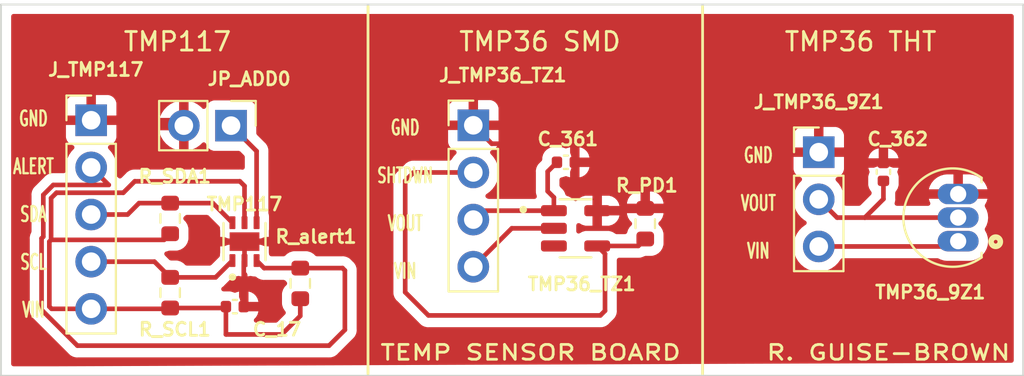
<source format=kicad_pcb>
(kicad_pcb (version 20211014) (generator pcbnew)
  (layers (0 "F.Cu" signal) (31 "B.Cu" signal) (34 "B.Paste" user) (35 "F.Paste" user) (36 "B.SilkS" user "B.Silkscreen") (37 "F.SilkS" user "F.Silkscreen") (38 "B.Mask" user) (39 "F.Mask" user) (44 "Edge.Cuts" user))
  (net 0 "")
  (net 1 "Net-(J_TMP36_TZ1-Pad4)")
  (net 2 "Net-(J_TMP36_TZ1-Pad2)")
  (net 3 "Net-(J_TMP36_9Z1-Pad3)")
  (net 4 "Net-(J_TMP117-Pad4)")
  (net 5 "Net-(J_TMP117-Pad3)")
  (net 6 "Net-(J_TMP117-Pad2)")
  (net 7 "Net-(JP_ADD0-Pad1)")
  (net 8 "Net-(C_362-Pad1)")
  (net 9 "Net-(C_361-Pad1)")
  (net 10 "GND")
  (net 11 "/VIN_117")
  (footprint "Connector_PinHeader_2.54mm:PinHeader_1x04_P2.54mm_Vertical" (layer "F.Cu") (at 47.665 28.0075)
    (fp_text reference "J_TMP36_TZ1" (at 1.585 -2.7) (layer "F.SilkS") (effects (font (size 0.7 0.7))))
    (fp_text value "Conn_01x04_Male")
    (fp_line (start -1.33 8.95) (end 1.33 8.95) (layer "F.SilkS") (width 0.12))
    (fp_line (start -1.33 0) (end -1.33 -1.33) (layer "F.SilkS") (width 0.12))
    (fp_line (start -1.33 1.27) (end 1.33 1.27) (layer "F.SilkS") (width 0.12))
    (fp_line (start -1.33 -1.33) (end 0 -1.33) (layer "F.SilkS") (width 0.12))
    (fp_line (start -1.33 1.27) (end -1.33 8.95) (layer "F.SilkS") (width 0.12))
    (fp_line (start 1.33 1.27) (end 1.33 8.95) (layer "F.SilkS") (width 0.12))
    (pad "1" thru_hole rect (at 0 0) (size 1.7 1.7) (drill 1) (layers *.Cu *.Mask) (net 10 "GND"))
    (pad "2" thru_hole oval (at 0 2.54) (size 1.7 1.7) (drill 1) (layers *.Cu *.Mask) (net 2 "Net-(J_TMP36_TZ1-Pad2)"))
    (pad "3" thru_hole oval (at 0 5.08) (size 1.7 1.7) (drill 1) (layers *.Cu *.Mask) (net 9 "Net-(C_361-Pad1)"))
    (pad "4" thru_hole oval (at 0 7.62) (size 1.7 1.7) (drill 1) (layers *.Cu *.Mask) (net 1 "Net-(J_TMP36_TZ1-Pad4)"))
  )
  (footprint "Capacitor_SMD:C_0402_1005Metric" (layer "F.Cu") (at 69.73 30.52 90)
    (fp_text reference "C_362" (at 1.77 0.77 180) (layer "F.SilkS") (effects (font (size 0.7 0.7))))
    (fp_text value "0.1u")
    (fp_line (start -0.107836 -0.36) (end 0.107836 -0.36) (layer "F.SilkS") (width 0.12))
    (fp_line (start -0.107836 0.36) (end 0.107836 0.36) (layer "F.SilkS") (width 0.12))
    (pad "1" smd roundrect (at -0.48 0 90) (size 0.56 0.62) (layers "F.Cu" "F.Paste" "F.Mask") (net 8 "Net-(C_362-Pad1)"))
    (pad "2" smd roundrect (at 0.48 0 90) (size 0.56 0.62) (layers "F.Cu" "F.Paste" "F.Mask") (net 10 "GND"))
  )
  (footprint "Resistor_SMD:R_0603_1608Metric" (layer "F.Cu") (at 38.355 36.525 90)
    (fp_text reference "R_alert1" (at 2.52 0.845 180) (layer "F.SilkS") (effects (font (size 0.7 0.7))))
    (fp_text value "4.7k")
    (fp_line (start -0.237258 0.5225) (end 0.237258 0.5225) (layer "F.SilkS") (width 0.12))
    (fp_line (start -0.237258 -0.5225) (end 0.237258 -0.5225) (layer "F.SilkS") (width 0.12))
    (pad "1" smd roundrect (at -0.825 0 90) (size 0.8 0.95) (layers "F.Cu" "F.Paste" "F.Mask") (net 11 "/VIN_117"))
    (pad "2" smd roundrect (at 0.825 0 90) (size 0.8 0.95) (layers "F.Cu" "F.Paste" "F.Mask") (net 6 "Net-(J_TMP117-Pad2)"))
  )
  (footprint "Capacitor_SMD:C_0402_1005Metric" (layer "F.Cu") (at 34.835 37.775)
    (fp_text reference "C_17" (at 2.27 1.23 180) (layer "F.SilkS") (effects (font (size 0.7 0.7))))
    (fp_text value "0.1u")
    (fp_line (start -0.107836 -0.36) (end 0.107836 -0.36) (layer "F.SilkS") (width 0.12))
    (fp_line (start -0.107836 0.36) (end 0.107836 0.36) (layer "F.SilkS") (width 0.12))
    (pad "1" smd roundrect (at -0.48 0) (size 0.56 0.62) (layers "F.Cu" "F.Paste" "F.Mask") (net 11 "/VIN_117"))
    (pad "2" smd roundrect (at 0.48 0) (size 0.56 0.62) (layers "F.Cu" "F.Paste" "F.Mask") (net 10 "GND"))
  )
  (footprint "TMP117AIDRVR_footprint:SON65P200X200X80-7N" (layer "F.Cu") (at 35.355 34.275 90)
    (fp_text reference "TMP117" (at 2.02 0 180) (layer "F.SilkS") (effects (font (size 0.7 0.7))))
    (fp_text value "TMP117AIDRVR")
    (fp_line (start -1 -1.13) (end 1 -1.13) (layer "F.SilkS") (width 0.127))
    (fp_line (start -1 1.13) (end 1 1.13) (layer "F.SilkS") (width 0.127))
    (fp_circle (center -1.91 -0.65) (end -1.81 -0.65) (layer "F.SilkS") (width 0.2) (fill none))
    (pad "1" smd roundrect locked (at -1.02 -0.65 90) (size 0.69 0.32) (layers "F.Cu" "F.Paste" "F.Mask") (roundrect_rratio 0.125) (net 4 "Net-(J_TMP117-Pad4)"))
    (pad "2" smd roundrect locked (at -1.02 0 90) (size 0.69 0.32) (layers "F.Cu" "F.Paste" "F.Mask") (roundrect_rratio 0.125) (net 10 "GND"))
    (pad "3" smd roundrect locked (at -1.02 0.65 90) (size 0.69 0.32) (layers "F.Cu" "F.Paste" "F.Mask") (roundrect_rratio 0.125) (net 6 "Net-(J_TMP117-Pad2)"))
    (pad "4" smd roundrect locked (at 1.02 0.65 90) (size 0.69 0.32) (layers "F.Cu" "F.Paste" "F.Mask") (roundrect_rratio 0.125) (net 7 "Net-(JP_ADD0-Pad1)"))
    (pad "5" smd roundrect locked (at 1.02 0 90) (size 0.69 0.32) (layers "F.Cu" "F.Paste" "F.Mask") (roundrect_rratio 0.125) (net 11 "/VIN_117"))
    (pad "6" smd roundrect locked (at 1.02 -0.65 90) (size 0.69 0.32) (layers "F.Cu" "F.Paste" "F.Mask") (roundrect_rratio 0.125) (net 5 "Net-(J_TMP117-Pad3)"))
    (pad "7" smd rect locked (at 0 0 90) (size 1 1.6) (layers "F.Cu" "F.Mask") (net 10 "GND"))
  )
  (footprint "Resistor_SMD:R_0603_1608Metric" (layer "F.Cu") (at 56.915 33.3075 90)
    (fp_text reference "R_PD1" (at 2.0575 0.085) (layer "F.SilkS") (effects (font (size 0.7 0.7))))
    (fp_text value "4.7k")
    (fp_line (start -0.237258 -0.5225) (end 0.237258 -0.5225) (layer "F.SilkS") (width 0.12))
    (fp_line (start -0.237258 0.5225) (end 0.237258 0.5225) (layer "F.SilkS") (width 0.12))
    (pad "1" smd roundrect (at -0.825 0 90) (size 0.8 0.95) (layers "F.Cu" "F.Paste" "F.Mask") (net 2 "Net-(J_TMP36_TZ1-Pad2)"))
    (pad "2" smd roundrect (at 0.825 0 90) (size 0.8 0.95) (layers "F.Cu" "F.Paste" "F.Mask") (net 10 "GND"))
  )
  (footprint "TMP36GT9Z_footprint:TO92127P521H733-3" (layer "F.Cu") (at 72.97 32.98 90)
    (fp_text reference "TMP36_9Z1" (at -4.02 -0.72 180) (layer "F.SilkS") (effects (font (size 0.7 0.7))))
    (fp_text value "TMP36GT9Z")
    (fp_line (start 1.906 2.043) (end 2.144 2.043) (layer "F.SilkS") (width 0.127))
    (fp_line (start -2.144 2.043) (end -1.9 2.043) (layer "F.SilkS") (width 0.127))
    (fp_arc (start -2.144 2.043) (mid 0 -2.164837) (end 2.144 2.043) (layer "F.SilkS") (width 0.127))
    (fp_circle (center -1.3 2.8) (end -1.2 2.8) (layer "F.SilkS") (width 0.3) (fill none))
    (pad "1" thru_hole oval locked (at -1.27 0.78 90) (size 1.1 2.2) (drill 0.87) (layers *.Cu *.Mask) (net 3 "Net-(J_TMP36_9Z1-Pad3)"))
    (pad "2" thru_hole oval locked (at 0 0.78 90) (size 1.1 2.2) (drill 0.87) (layers *.Cu *.Mask) (net 8 "Net-(C_362-Pad1)"))
    (pad "3" thru_hole oval locked (at 1.27 0.78 90) (size 1.1 2.2) (drill 0.87) (layers *.Cu *.Mask) (net 10 "GND"))
  )
  (footprint "Connector_PinHeader_2.54mm:PinHeader_1x02_P2.54mm_Vertical" (layer "F.Cu") (at 34.63 28.025 -90)
    (fp_text reference "JP_ADD0" (at -2.52 -0.975 180) (layer "F.SilkS") (effects (font (size 0.7 0.7))))
    (fp_text value "Conn_01x02_Male")
    (fp_line (start -1.33 1.27) (end 1.33 1.27) (layer "F.SilkS") (width 0.12))
    (fp_line (start -1.33 0) (end -1.33 -1.33) (layer "F.SilkS") (width 0.12))
    (fp_line (start -1.33 3.87) (end 1.33 3.87) (layer "F.SilkS") (width 0.12))
    (fp_line (start -1.33 1.27) (end -1.33 3.87) (layer "F.SilkS") (width 0.12))
    (fp_line (start 1.33 1.27) (end 1.33 3.87) (layer "F.SilkS") (width 0.12))
    (fp_line (start -1.33 -1.33) (end 0 -1.33) (layer "F.SilkS") (width 0.12))
    (pad "1" thru_hole rect (at 0 0 270) (size 1.7 1.7) (drill 1) (layers *.Cu *.Mask) (net 7 "Net-(JP_ADD0-Pad1)"))
    (pad "2" thru_hole oval (at 0 2.54 270) (size 1.7 1.7) (drill 1) (layers *.Cu *.Mask) (net 10 "GND"))
  )
  (footprint "TMP36GRTZ_footprint:SOT95P280X145-5N" (layer "F.Cu") (at 53.165 33.5575)
    (fp_text reference "TMP36_TZ1" (at 0.335 3) (layer "F.SilkS") (effects (font (size 0.7 0.7))))
    (fp_text value "TMP36GRTZ-REEL7")
    (fp_line (start -0.85 -1.564) (end 0.85 -1.564) (layer "F.SilkS") (width 0.127))
    (fp_line (start 0.85 1.564) (end -0.85 1.564) (layer "F.SilkS") (width 0.127))
    (fp_circle (center -2.8134 -1.0094) (end -2.7134 -1.0094) (layer "F.SilkS") (width 0.2) (fill none))
    (pad "1" smd roundrect locked (at -1.165 -0.95) (size 1.39 0.6) (layers "F.Cu" "F.Paste" "F.Mask") (net 9 "Net-(C_361-Pad1)"))
    (pad "2" smd roundrect locked (at -1.165 0) (size 1.39 0.6) (layers "F.Cu" "F.Paste" "F.Mask") (net 1 "Net-(J_TMP36_TZ1-Pad4)"))
    (pad "3" smd roundrect locked (at -1.165 0.95) (size 1.39 0.6) (layers "F.Cu" "F.Paste" "F.Mask"))
    (pad "4" smd roundrect locked (at 1.165 0.95) (size 1.39 0.6) (layers "F.Cu" "F.Paste" "F.Mask") (net 2 "Net-(J_TMP36_TZ1-Pad2)"))
    (pad "5" smd roundrect locked (at 1.165 -0.95) (size 1.39 0.6) (layers "F.Cu" "F.Paste" "F.Mask") (net 10 "GND"))
  )
  (footprint "Resistor_SMD:R_0603_1608Metric" (layer "F.Cu") (at 31.355 37.025 90)
    (fp_text reference "R_SCL1" (at -1.98 0.25 180) (layer "F.SilkS") (effects (font (size 0.7 0.7))))
    (fp_text value "4.7k")
    (fp_line (start -0.237258 -0.5225) (end 0.237258 -0.5225) (layer "F.SilkS") (width 0.12))
    (fp_line (start -0.237258 0.5225) (end 0.237258 0.5225) (layer "F.SilkS") (width 0.12))
    (pad "1" smd roundrect (at -0.825 0 90) (size 0.8 0.95) (layers "F.Cu" "F.Paste" "F.Mask") (net 11 "/VIN_117"))
    (pad "2" smd roundrect (at 0.825 0 90) (size 0.8 0.95) (layers "F.Cu" "F.Paste" "F.Mask") (net 4 "Net-(J_TMP117-Pad4)"))
  )
  (footprint "Resistor_SMD:R_0603_1608Metric" (layer "F.Cu") (at 31.355 33.025 90)
    (fp_text reference "R_SDA1" (at 2.27 0.25 180) (layer "F.SilkS") (effects (font (size 0.7 0.7))))
    (fp_text value "4.7k")
    (fp_line (start -0.237258 0.5225) (end 0.237258 0.5225) (layer "F.SilkS") (width 0.12))
    (fp_line (start -0.237258 -0.5225) (end 0.237258 -0.5225) (layer "F.SilkS") (width 0.12))
    (pad "1" smd roundrect (at -0.825 0 90) (size 0.8 0.95) (layers "F.Cu" "F.Paste" "F.Mask") (net 11 "/VIN_117"))
    (pad "2" smd roundrect (at 0.825 0 90) (size 0.8 0.95) (layers "F.Cu" "F.Paste" "F.Mask") (net 5 "Net-(J_TMP117-Pad3)"))
  )
  (footprint "Connector_PinHeader_2.54mm:PinHeader_1x05_P2.54mm_Vertical" (layer "F.Cu") (at 27.105 27.735)
    (fp_text reference "J_TMP117" (at 0.25 -2.73) (layer "F.SilkS") (effects (font (size 0.7 0.7))))
    (fp_text value "Conn_01x05_Male")
    (fp_line (start -1.33 0) (end -1.33 -1.33) (layer "F.SilkS") (width 0.12))
    (fp_line (start -1.33 -1.33) (end 0 -1.33) (layer "F.SilkS") (width 0.12))
    (fp_line (start -1.33 1.27) (end -1.33 11.49) (layer "F.SilkS") (width 0.12))
    (fp_line (start 1.33 1.27) (end 1.33 11.49) (layer "F.SilkS") (width 0.12))
    (fp_line (start -1.33 11.49) (end 1.33 11.49) (layer "F.SilkS") (width 0.12))
    (fp_line (start -1.33 1.27) (end 1.33 1.27) (layer "F.SilkS") (width 0.12))
    (pad "1" thru_hole rect (at 0 0) (size 1.7 1.7) (drill 1) (layers *.Cu *.Mask) (net 10 "GND"))
    (pad "2" thru_hole oval (at 0 2.54) (size 1.7 1.7) (drill 1) (layers *.Cu *.Mask) (net 6 "Net-(J_TMP117-Pad2)"))
    (pad "3" thru_hole oval (at 0 5.08) (size 1.7 1.7) (drill 1) (layers *.Cu *.Mask) (net 5 "Net-(J_TMP117-Pad3)"))
    (pad "4" thru_hole oval (at 0 7.62) (size 1.7 1.7) (drill 1) (layers *.Cu *.Mask) (net 4 "Net-(J_TMP117-Pad4)"))
    (pad "5" thru_hole oval (at 0 10.16) (size 1.7 1.7) (drill 1) (layers *.Cu *.Mask) (net 11 "/VIN_117"))
  )
  (footprint "Connector_PinHeader_2.54mm:PinHeader_1x03_P2.54mm_Vertical" (layer "F.Cu") (at 66.25 29.455)
    (fp_text reference "J_TMP36_9Z1" (at 0 -2.705) (layer "F.SilkS") (effects (font (size 0.7 0.7))))
    (fp_text value "Conn_01x03_Male")
    (fp_line (start 1.33 1.27) (end 1.33 6.41) (layer "F.SilkS") (width 0.12))
    (fp_line (start -1.33 1.27) (end 1.33 1.27) (layer "F.SilkS") (width 0.12))
    (fp_line (start -1.33 6.41) (end 1.33 6.41) (layer "F.SilkS") (width 0.12))
    (fp_line (start -1.33 1.27) (end -1.33 6.41) (layer "F.SilkS") (width 0.12))
    (fp_line (start -1.33 0) (end -1.33 -1.33) (layer "F.SilkS") (width 0.12))
    (fp_line (start -1.33 -1.33) (end 0 -1.33) (layer "F.SilkS") (width 0.12))
    (pad "1" thru_hole rect (at 0 0) (size 1.7 1.7) (drill 1) (layers *.Cu *.Mask) (net 10 "GND"))
    (pad "2" thru_hole oval (at 0 2.54) (size 1.7 1.7) (drill 1) (layers *.Cu *.Mask) (net 8 "Net-(C_362-Pad1)"))
    (pad "3" thru_hole oval (at 0 5.08) (size 1.7 1.7) (drill 1) (layers *.Cu *.Mask) (net 3 "Net-(J_TMP36_9Z1-Pad3)"))
  )
  (footprint "Capacitor_SMD:C_0402_1005Metric" (layer "F.Cu") (at 52.645 30)
    (fp_text reference "C_361" (at 0.105 -1.25) (layer "F.SilkS") (effects (font (size 0.7 0.7))))
    (fp_text value "0.1u")
    (fp_line (start -0.107836 0.36) (end 0.107836 0.36) (layer "F.SilkS") (width 0.12))
    (fp_line (start -0.107836 -0.36) (end 0.107836 -0.36) (layer "F.SilkS") (width 0.12))
    (pad "1" smd roundrect (at -0.48 0) (size 0.56 0.62) (layers "F.Cu" "F.Paste" "F.Mask") (net 9 "Net-(C_361-Pad1)"))
    (pad "2" smd roundrect (at 0.48 0) (size 0.56 0.62) (layers "F.Cu" "F.Paste" "F.Mask") (net 10 "GND"))
  )
  (gr_line (start 60 41.4) (end 60 21.6) (layer "F.SilkS") (width 0.15))
  (gr_line (start 42 41.4) (end 42 21.6) (layer "F.SilkS") (width 0.15))
  (gr_rect (start 22.25 21.5) (end 77.25 41.5) (layer "Edge.Cuts") (width 0.1) (fill none))
  (gr_text "GND\n\nSHTDWN\n\nVOUT\n\nVIN" (at 44 32) (layer "F.SilkS") (effects (font (size 0.8 0.5) (thickness 0.125))))
  (gr_text "GND\n\nALERT\n\nSDA\n\nSCL\n\nVIN" (at 24 32.8) (layer "F.SilkS") (effects (font (size 0.8 0.5) (thickness 0.125))))
  (gr_text "TMP117" (at 31.75 23.5) (layer "F.SilkS") (effects (font (size 1 1))))
  (gr_text "TMP36 THT\n" (at 68.5 23.5) (layer "F.SilkS") (effects (font (size 1 1))))
  (gr_text "TMP36 SMD\n" (at 51.25 23.5) (layer "F.SilkS") (effects (font (size 1 1))))
  (gr_text "R. GUISE-BROWN\n" (at 70 40.25) (layer "F.SilkS") (effects (font (size 0.8 1))))
  (gr_text "GND\n\nVOUT\n\nVIN" (at 63 32.2) (layer "F.SilkS") (effects (font (size 0.8 0.5) (thickness 0.125))))
  (gr_text "TEMP SENSOR BOARD" (at 50.75 40.25) (layer "F.SilkS") (effects (font (size 0.8 1))))
  (segment (start 49.735 33.5575) (end 47.665 35.6275) (width 0.25) (layer "F.Cu") (net 1))
  (segment (start 52 33.5575) (end 49.735 33.5575) (width 0.25) (layer "F.Cu") (net 1))
  (segment (start 56.54 34.5075) (end 56.915 34.1325) (width 0.25) (layer "F.Cu") (net 2))
  (segment (start 54.33 34.5075) (end 56.54 34.5075) (width 0.25) (layer "F.Cu") (net 2))
  (segment (start 54.5 38.25) (end 54.75 38) (width 0.25) (layer "F.Cu") (net 2))
  (segment (start 54.75 38) (end 54.75 34.9275) (width 0.25) (layer "F.Cu") (net 2))
  (segment (start 44.4525 30.5475) (end 44 31) (width 0.25) (layer "F.Cu") (net 2))
  (segment (start 44 31) (end 44 37) (width 0.25) (layer "F.Cu") (net 2))
  (segment (start 47.665 30.5475) (end 44.4525 30.5475) (width 0.25) (layer "F.Cu") (net 2))
  (segment (start 54.75 34.9275) (end 54.33 34.5075) (width 0.25) (layer "F.Cu") (net 2))
  (segment (start 45.25 38.25) (end 54.5 38.25) (width 0.25) (layer "F.Cu") (net 2))
  (segment (start 44 37) (end 45.25 38.25) (width 0.25) (layer "F.Cu") (net 2))
  (segment (start 73.465 34.535) (end 73.75 34.25) (width 0.25) (layer "F.Cu") (net 3))
  (segment (start 66.25 34.535) (end 73.465 34.535) (width 0.25) (layer "F.Cu") (net 3))
  (segment (start 33.8 36.2) (end 34.705 35.295) (width 0.25) (layer "F.Cu") (net 4))
  (segment (start 27.105 35.355) (end 30.51 35.355) (width 0.25) (layer "F.Cu") (net 4))
  (segment (start 31.355 36.2) (end 33.8 36.2) (width 0.25) (layer "F.Cu") (net 4))
  (segment (start 30.51 35.355) (end 31.355 36.2) (width 0.25) (layer "F.Cu") (net 4))
  (segment (start 33.65 32.2) (end 34.705 33.255) (width 0.25) (layer "F.Cu") (net 5))
  (segment (start 31.355 32.2) (end 33.65 32.2) (width 0.25) (layer "F.Cu") (net 5))
  (segment (start 29.065 32.815) (end 29.68 32.2) (width 0.25) (layer "F.Cu") (net 5))
  (segment (start 27.105 32.815) (end 29.065 32.815) (width 0.25) (layer "F.Cu") (net 5))
  (segment (start 29.68 32.2) (end 31.355 32.2) (width 0.25) (layer "F.Cu") (net 5))
  (segment (start 28.050969 31.220969) (end 25.06574 31.22097) (width 0.25) (layer "F.Cu") (net 6))
  (segment (start 38.355 35.7) (end 36.41 35.7) (width 0.25) (layer "F.Cu") (net 6))
  (segment (start 27.105 30.275) (end 28.050969 31.220969) (width 0.25) (layer "F.Cu") (net 6))
  (segment (start 24.529991 34.006719) (end 24.435481 34.101229) (width 0.25) (layer "F.Cu") (net 6))
  (segment (start 24.435481 34.101229) (end 24.435481 37.948771) (width 0.25) (layer "F.Cu") (net 6))
  (segment (start 40.755 39.0275) (end 40.755 35.8275) (width 0.25) (layer "F.Cu") (net 6))
  (segment (start 39.905 39.8775) (end 40.755 39.0275) (width 0.25) (layer "F.Cu") (net 6))
  (segment (start 24.529992 31.756718) (end 24.529991 34.006719) (width 0.25) (layer "F.Cu") (net 6))
  (segment (start 26.36421 39.8775) (end 39.905 39.8775) (width 0.25) (layer "F.Cu") (net 6))
  (segment (start 24.435481 37.948771) (end 26.36421 39.8775) (width 0.25) (layer "F.Cu") (net 6))
  (segment (start 36.41 35.7) (end 36.005 35.295) (width 0.25) (layer "F.Cu") (net 6))
  (segment (start 25.06574 31.22097) (end 24.529992 31.756718) (width 0.25) (layer "F.Cu") (net 6))
  (segment (start 40.755 35.8275) (end 40.6275 35.7) (width 0.25) (layer "F.Cu") (net 6))
  (segment (start 40.6275 35.7) (end 38.355 35.7) (width 0.25) (layer "F.Cu") (net 6))
  (segment (start 36.005 33.255) (end 36.005 29.4) (width 0.25) (layer "F.Cu") (net 7))
  (segment (start 36.005 29.4) (end 34.63 28.025) (width 0.25) (layer "F.Cu") (net 7))
  (segment (start 69.73 31) (end 69.73 31.98) (width 0.25) (layer "F.Cu") (net 8))
  (segment (start 66.25 31.995) (end 67.235 32.98) (width 0.25) (layer "F.Cu") (net 8))
  (segment (start 68.73 32.98) (end 73.75 32.98) (width 0.25) (layer "F.Cu") (net 8))
  (segment (start 67.235 32.98) (end 68.73 32.98) (width 0.25) (layer "F.Cu") (net 8))
  (segment (start 69.73 31.98) (end 68.73 32.98) (width 0.25) (layer "F.Cu") (net 8))
  (segment (start 51.665 31.5575) (end 51.665 30.5) (width 0.25) (layer "F.Cu") (net 9))
  (segment (start 51.665 31.5575) (end 52 31.8925) (width 0.25) (layer "F.Cu") (net 9))
  (segment (start 48.145 32.6075) (end 52 32.6075) (width 0.25) (layer "F.Cu") (net 9))
  (segment (start 52 31.8925) (end 52 32.6075) (width 0.25) (layer "F.Cu") (net 9))
  (segment (start 47.665 33.0875) (end 48.145 32.6075) (width 0.25) (layer "F.Cu") (net 9))
  (segment (start 51.665 30.5) (end 52.165 30) (width 0.25) (layer "F.Cu") (net 9))
  (segment (start 53.125 29.125) (end 53 29) (width 0.25) (layer "F.Cu") (net 10))
  (segment (start 27.105 27.735) (end 31.8 27.735) (width 0.25) (layer "F.Cu") (net 10))
  (segment (start 48.6575 29) (end 47.665 28.0075) (width 0.25) (layer "F.Cu") (net 10))
  (segment (start 56.79 32.6075) (end 56.915 32.4825) (width 0.25) (layer "F.Cu") (net 10))
  (segment (start 31.8 27.735) (end 32.09 28.025) (width 0.25) (layer "F.Cu") (net 10))
  (segment (start 53.125 30) (end 53.125 29.125) (width 0.25) (layer "F.Cu") (net 10))
  (segment (start 35.315 37.775) (end 35.315 35.335) (width 0.25) (layer "F.Cu") (net 10))
  (segment (start 35.355 34.275) (end 35.355 35.295) (width 0.25) (layer "F.Cu") (net 10))
  (segment (start 54.33 32.6075) (end 56.79 32.6075) (width 0.25) (layer "F.Cu") (net 10))
  (segment (start 53 29) (end 48.6575 29) (width 0.25) (layer "F.Cu") (net 10))
  (segment (start 24.855 34.275) (end 24.949511 34.180489) (width 0.25) (layer "F.Cu") (net 11))
  (segment (start 31.024511 34.180489) (end 31.355 33.85) (width 0.25) (layer "F.Cu") (net 11))
  (segment (start 24.949511 34.180489) (end 24.949511 31.930489) (width 0.25) (layer "F.Cu") (net 11))
  (segment (start 28.834771 31.640489) (end 29.45026 31.025) (width 0.25) (layer "F.Cu") (net 11))
  (segment (start 27.105 37.895) (end 24.975 37.895) (width 0.25) (layer "F.Cu") (net 11))
  (segment (start 37.355 39.275) (end 34.355 39.275) (width 0.25) (layer "F.Cu") (net 11))
  (segment (start 31.355 37.85) (end 31.31 37.895) (width 0.25) (layer "F.Cu") (net 11))
  (segment (start 24.975 37.895) (end 24.855 37.775) (width 0.25) (layer "F.Cu") (net 11))
  (segment (start 34.28 37.85) (end 34.355 37.775) (width 0.25) (layer "F.Cu") (net 11))
  (segment (start 38.355 37.35) (end 38.355 38.275) (width 0.25) (layer "F.Cu") (net 11))
  (segment (start 24.855 37.775) (end 24.855 34.275) (width 0.25) (layer "F.Cu") (net 11))
  (segment (start 35.355 31.275) (end 35.355 33.255) (width 0.25) (layer "F.Cu") (net 11))
  (segment (start 25.239511 31.640489) (end 28.834771 31.640489) (width 0.25) (layer "F.Cu") (net 11))
  (segment (start 29.45026 31.025) (end 35.105 31.025) (width 0.25) (layer "F.Cu") (net 11))
  (segment (start 35.105 31.025) (end 35.355 31.275) (width 0.25) (layer "F.Cu") (net 11))
  (segment (start 24.949511 31.930489) (end 25.239511 31.640489) (width 0.25) (layer "F.Cu") (net 11))
  (segment (start 34.355 39.275) (end 34.355 37.775) (width 0.25) (layer "F.Cu") (net 11))
  (segment (start 31.31 37.895) (end 27.105 37.895) (width 0.25) (layer "F.Cu") (net 11))
  (segment (start 38.355 38.275) (end 37.355 39.275) (width 0.25) (layer "F.Cu") (net 11))
  (segment (start 31.355 37.85) (end 34.28 37.85) (width 0.25) (layer "F.Cu") (net 11))
  (segment (start 24.949511 34.180489) (end 31.024511 34.180489) (width 0.25) (layer "F.Cu") (net 11))
  (zone (net 10) (net_name "GND") (layer "F.Cu") (connect_pads (clearance 0.508)) (min_thickness 0.254) (fill yes (thermal_gap 0.508) (thermal_bridge_width 0.508))
    (polygon (pts (xy 77 40.8) (xy 22.8 41) (xy 22.8 22) (xy 77 22)))
  )
)
</source>
